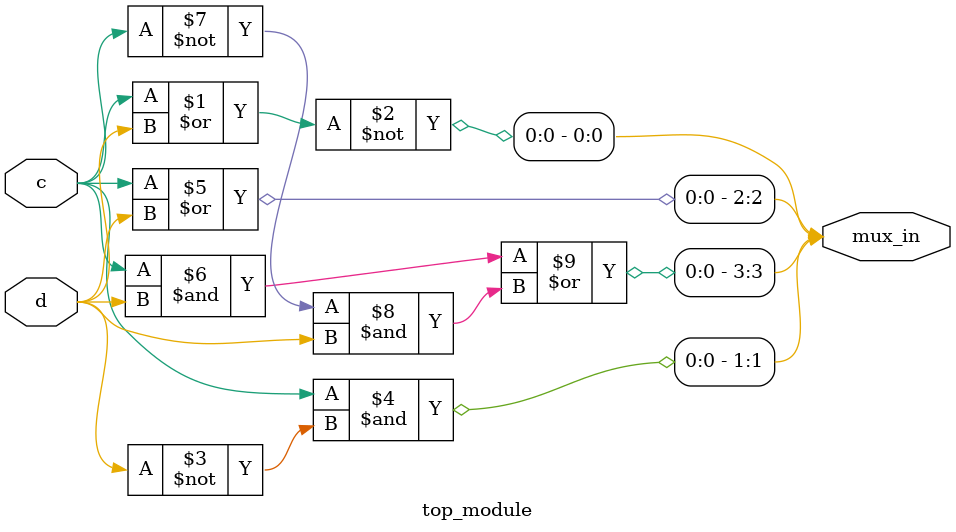
<source format=sv>
module top_module (
    input c,
    input d,
    output [3:0] mux_in
);

    assign mux_in[0] = ~(c | d);
    assign mux_in[1] = c & ~d;
    assign mux_in[2] = c | d;
    assign mux_in[3] = (c & d) | (~c & d);

endmodule

</source>
